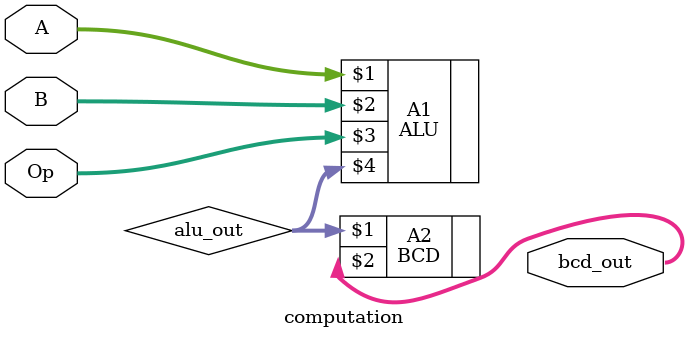
<source format=v>
`timescale 1ns / 1ps
module computation(A,B,Op,bcd_out);

input [7:0] A,B;
input [3:0] Op;
output [11:0] bcd_out;

wire [7:0] alu_out;

ALU A1(A,B,Op,alu_out);

BCD A2(alu_out,bcd_out);

endmodule

</source>
